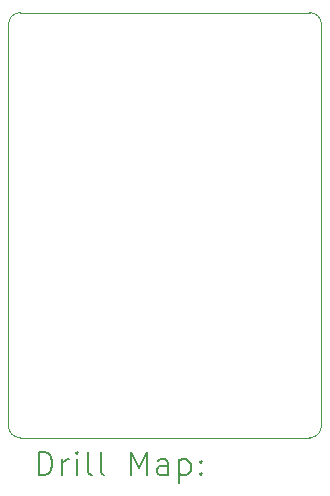
<source format=gbr>
%TF.GenerationSoftware,KiCad,Pcbnew,8.0.3*%
%TF.CreationDate,2024-07-18T13:22:45+02:00*%
%TF.ProjectId,vpp-maker-rev6-ian,7670702d-6d61-46b6-9572-2d726576362d,rev?*%
%TF.SameCoordinates,Original*%
%TF.FileFunction,Drillmap*%
%TF.FilePolarity,Positive*%
%FSLAX45Y45*%
G04 Gerber Fmt 4.5, Leading zero omitted, Abs format (unit mm)*
G04 Created by KiCad (PCBNEW 8.0.3) date 2024-07-18 13:22:45*
%MOMM*%
%LPD*%
G01*
G04 APERTURE LIST*
%ADD10C,0.100000*%
%ADD11C,0.200000*%
G04 APERTURE END LIST*
D10*
X13800000Y-6900000D02*
X16250000Y-6900000D01*
X13800000Y-10500000D02*
X16250000Y-10500000D01*
X16350000Y-10400000D02*
X16350000Y-7000000D01*
X13700000Y-7000000D02*
X13700000Y-10400000D01*
X16350000Y-10400000D02*
G75*
G02*
X16250000Y-10500000I-100000J0D01*
G01*
X16250000Y-6900000D02*
G75*
G02*
X16350000Y-7000000I0J-100000D01*
G01*
X13800000Y-10500000D02*
G75*
G02*
X13700000Y-10400000I0J100000D01*
G01*
X13700000Y-7000000D02*
G75*
G02*
X13800000Y-6900000I100000J0D01*
G01*
D11*
X13955777Y-10816484D02*
X13955777Y-10616484D01*
X13955777Y-10616484D02*
X14003396Y-10616484D01*
X14003396Y-10616484D02*
X14031967Y-10626008D01*
X14031967Y-10626008D02*
X14051015Y-10645055D01*
X14051015Y-10645055D02*
X14060539Y-10664103D01*
X14060539Y-10664103D02*
X14070062Y-10702198D01*
X14070062Y-10702198D02*
X14070062Y-10730770D01*
X14070062Y-10730770D02*
X14060539Y-10768865D01*
X14060539Y-10768865D02*
X14051015Y-10787912D01*
X14051015Y-10787912D02*
X14031967Y-10806960D01*
X14031967Y-10806960D02*
X14003396Y-10816484D01*
X14003396Y-10816484D02*
X13955777Y-10816484D01*
X14155777Y-10816484D02*
X14155777Y-10683150D01*
X14155777Y-10721246D02*
X14165301Y-10702198D01*
X14165301Y-10702198D02*
X14174824Y-10692674D01*
X14174824Y-10692674D02*
X14193872Y-10683150D01*
X14193872Y-10683150D02*
X14212920Y-10683150D01*
X14279586Y-10816484D02*
X14279586Y-10683150D01*
X14279586Y-10616484D02*
X14270062Y-10626008D01*
X14270062Y-10626008D02*
X14279586Y-10635531D01*
X14279586Y-10635531D02*
X14289110Y-10626008D01*
X14289110Y-10626008D02*
X14279586Y-10616484D01*
X14279586Y-10616484D02*
X14279586Y-10635531D01*
X14403396Y-10816484D02*
X14384348Y-10806960D01*
X14384348Y-10806960D02*
X14374824Y-10787912D01*
X14374824Y-10787912D02*
X14374824Y-10616484D01*
X14508158Y-10816484D02*
X14489110Y-10806960D01*
X14489110Y-10806960D02*
X14479586Y-10787912D01*
X14479586Y-10787912D02*
X14479586Y-10616484D01*
X14736729Y-10816484D02*
X14736729Y-10616484D01*
X14736729Y-10616484D02*
X14803396Y-10759341D01*
X14803396Y-10759341D02*
X14870062Y-10616484D01*
X14870062Y-10616484D02*
X14870062Y-10816484D01*
X15051015Y-10816484D02*
X15051015Y-10711722D01*
X15051015Y-10711722D02*
X15041491Y-10692674D01*
X15041491Y-10692674D02*
X15022443Y-10683150D01*
X15022443Y-10683150D02*
X14984348Y-10683150D01*
X14984348Y-10683150D02*
X14965301Y-10692674D01*
X15051015Y-10806960D02*
X15031967Y-10816484D01*
X15031967Y-10816484D02*
X14984348Y-10816484D01*
X14984348Y-10816484D02*
X14965301Y-10806960D01*
X14965301Y-10806960D02*
X14955777Y-10787912D01*
X14955777Y-10787912D02*
X14955777Y-10768865D01*
X14955777Y-10768865D02*
X14965301Y-10749817D01*
X14965301Y-10749817D02*
X14984348Y-10740293D01*
X14984348Y-10740293D02*
X15031967Y-10740293D01*
X15031967Y-10740293D02*
X15051015Y-10730770D01*
X15146253Y-10683150D02*
X15146253Y-10883150D01*
X15146253Y-10692674D02*
X15165301Y-10683150D01*
X15165301Y-10683150D02*
X15203396Y-10683150D01*
X15203396Y-10683150D02*
X15222443Y-10692674D01*
X15222443Y-10692674D02*
X15231967Y-10702198D01*
X15231967Y-10702198D02*
X15241491Y-10721246D01*
X15241491Y-10721246D02*
X15241491Y-10778389D01*
X15241491Y-10778389D02*
X15231967Y-10797436D01*
X15231967Y-10797436D02*
X15222443Y-10806960D01*
X15222443Y-10806960D02*
X15203396Y-10816484D01*
X15203396Y-10816484D02*
X15165301Y-10816484D01*
X15165301Y-10816484D02*
X15146253Y-10806960D01*
X15327205Y-10797436D02*
X15336729Y-10806960D01*
X15336729Y-10806960D02*
X15327205Y-10816484D01*
X15327205Y-10816484D02*
X15317682Y-10806960D01*
X15317682Y-10806960D02*
X15327205Y-10797436D01*
X15327205Y-10797436D02*
X15327205Y-10816484D01*
X15327205Y-10692674D02*
X15336729Y-10702198D01*
X15336729Y-10702198D02*
X15327205Y-10711722D01*
X15327205Y-10711722D02*
X15317682Y-10702198D01*
X15317682Y-10702198D02*
X15327205Y-10692674D01*
X15327205Y-10692674D02*
X15327205Y-10711722D01*
M02*

</source>
